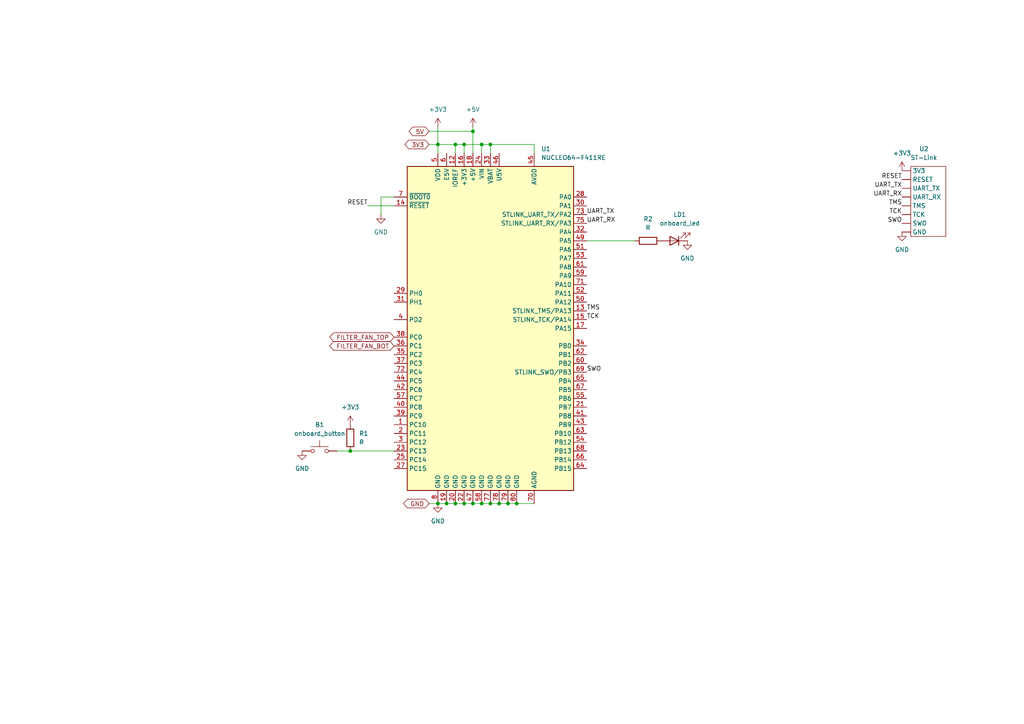
<source format=kicad_sch>
(kicad_sch (version 20211123) (generator eeschema)
  (paper "A4")
  (lib_symbols
    (symbol "Device:LED" (pin_numbers hide) (pin_names (offset 1.016) hide)
      (property "Reference" "D" (at 0 2.54 0))
      (property "Value" "LED" (at 0 -2.54 0))
      (symbol "LED_0_1"
        (polyline (pts (xy -1.27 -1.27) (xy -1.27 1.27)) (stroke (width 0.254)))
        (polyline (pts (xy -1.27 0) (xy 1.27 0)))
        (polyline (pts (xy 1.27 -1.27) (xy 1.27 1.27) (xy -1.27 0) (xy 1.27 -1.27)) (stroke (width 0.254)))
        (polyline (pts (xy -3.048 -0.762) (xy -4.572 -2.286) (xy -3.81 -2.286) (xy -4.572 -2.286) (xy -4.572 -1.524)))
        (polyline (pts (xy -1.778 -0.762) (xy -3.302 -2.286) (xy -2.54 -2.286) (xy -3.302 -2.286) (xy -3.302 -1.524)))
      )
      (symbol "LED_1_1"
        (pin passive line (at -3.81 0 0) (length 2.54) (name "K") (number "1"))
        (pin passive line (at 3.81 0 180) (length 2.54) (name "A") (number "2"))
      )
    )
    (symbol "Device:R" (pin_numbers hide) (pin_names (offset 0))
      (property "Reference" "R" (at 2.032 0 90))
      (property "Value" "R" (at 0 0 90))
      (symbol "R_0_1"
        (rectangle (start -1.016 -2.54) (end 1.016 2.54) (stroke (width 0.254)))
      )
      (symbol "R_1_1"
        (pin passive line (at 0 3.81 270) (length 1.27) (name "~") (number "1"))
        (pin passive line (at 0 -3.81 90) (length 1.27) (name "~") (number "2"))
      )
    )
    (symbol "MCU_Module:NUCLEO64-F411RE"
      (property "Reference" "U" (at -17.78 50.165 0))
      (property "Value" "NUCLEO64-F411RE" (at -17.78 48.26 0))
      (symbol "NUCLEO64-F411RE_0_1"
        (rectangle (start -24.13 -46.99) (end 24.13 46.99) (stroke (width 0.254)) (fill (type background)))
      )
      (symbol "NUCLEO64-F411RE_1_1"
        (pin bidirectional line (at -27.94 -27.94 0) (length 3.81) (name "PC10") (number "1"))
        (pin no_connect line (at -27.94 20.32 0) (length 3.81) hide (name "NC") (number "10"))
        (pin no_connect line (at -27.94 15.24 0) (length 3.81) hide (name "NC") (number "11"))
        (pin power_in line (at -10.16 50.8 270) (length 3.81) (name "IOREF") (number "12"))
        (pin bidirectional line (at 27.94 5.08 180) (length 3.81) (name "STLINK_TMS/PA13") (number "13"))
        (pin input line (at -27.94 35.56 0) (length 3.81) (name "~{RESET}") (number "14"))
        (pin bidirectional line (at 27.94 2.54 180) (length 3.81) (name "STLINK_TCK/PA14") (number "15"))
        (pin power_in line (at -7.62 50.8 270) (length 3.81) (name "+3V3") (number "16"))
        (pin bidirectional line (at 27.94 0 180) (length 3.81) (name "PA15") (number "17"))
        (pin power_in line (at -5.08 50.8 270) (length 3.81) (name "+5V") (number "18"))
        (pin power_in line (at -12.7 -50.8 90) (length 3.81) (name "GND") (number "19"))
        (pin bidirectional line (at -27.94 -30.48 0) (length 3.81) (name "PC11") (number "2"))
        (pin power_in line (at -10.16 -50.8 90) (length 3.81) (name "GND") (number "20"))
        (pin bidirectional line (at 27.94 -22.86 180) (length 3.81) (name "PB7") (number "21"))
        (pin power_in line (at -7.62 -50.8 90) (length 3.81) (name "GND") (number "22"))
        (pin bidirectional line (at -27.94 -35.56 0) (length 3.81) (name "PC13") (number "23"))
        (pin power_in line (at -2.54 50.8 270) (length 3.81) (name "VIN") (number "24"))
        (pin bidirectional line (at -27.94 -38.1 0) (length 3.81) (name "PC14") (number "25"))
        (pin no_connect line (at -27.94 22.86 0) (length 3.81) hide (name "NC") (number "26"))
        (pin bidirectional line (at -27.94 -40.64 0) (length 3.81) (name "PC15") (number "27"))
        (pin bidirectional line (at 27.94 38.1 180) (length 3.81) (name "PA0") (number "28"))
        (pin bidirectional line (at -27.94 10.16 0) (length 3.81) (name "PH0") (number "29"))
        (pin bidirectional line (at -27.94 -33.02 0) (length 3.81) (name "PC12") (number "3"))
        (pin bidirectional line (at 27.94 35.56 180) (length 3.81) (name "PA1") (number "30"))
        (pin bidirectional line (at -27.94 7.62 0) (length 3.81) (name "PH1") (number "31"))
        (pin bidirectional line (at 27.94 27.94 180) (length 3.81) (name "PA4") (number "32"))
        (pin power_in line (at 0 50.8 270) (length 3.81) (name "VBAT") (number "33"))
        (pin bidirectional line (at 27.94 -5.08 180) (length 3.81) (name "PB0") (number "34"))
        (pin bidirectional line (at -27.94 -7.62 0) (length 3.81) (name "PC2") (number "35"))
        (pin bidirectional line (at -27.94 -5.08 0) (length 3.81) (name "PC1") (number "36"))
        (pin bidirectional line (at -27.94 -10.16 0) (length 3.81) (name "PC3") (number "37"))
        (pin bidirectional line (at -27.94 -2.54 0) (length 3.81) (name "PC0") (number "38"))
        (pin bidirectional line (at -27.94 -25.4 0) (length 3.81) (name "PC9") (number "39"))
        (pin bidirectional line (at -27.94 2.54 0) (length 3.81) (name "PD2") (number "4"))
        (pin bidirectional line (at -27.94 -22.86 0) (length 3.81) (name "PC8") (number "40"))
        (pin bidirectional line (at 27.94 -25.4 180) (length 3.81) (name "PB8") (number "41"))
        (pin bidirectional line (at -27.94 -17.78 0) (length 3.81) (name "PC6") (number "42"))
        (pin bidirectional line (at 27.94 -27.94 180) (length 3.81) (name "PB9") (number "43"))
        (pin bidirectional line (at -27.94 -15.24 0) (length 3.81) (name "PC5") (number "44"))
        (pin power_in line (at 12.7 50.8 270) (length 3.81) (name "AVDD") (number "45"))
        (pin power_in line (at 2.54 50.8 270) (length 3.81) (name "U5V") (number "46"))
        (pin power_in line (at -5.08 -50.8 90) (length 3.81) (name "GND") (number "47"))
        (pin no_connect line (at -27.94 25.4 0) (length 3.81) hide (name "NC") (number "48"))
        (pin bidirectional line (at 27.94 25.4 180) (length 3.81) (name "PA5") (number "49"))
        (pin power_in line (at -15.24 50.8 270) (length 3.81) (name "VDD") (number "5"))
        (pin bidirectional line (at 27.94 7.62 180) (length 3.81) (name "PA12") (number "50"))
        (pin bidirectional line (at 27.94 22.86 180) (length 3.81) (name "PA6") (number "51"))
        (pin bidirectional line (at 27.94 10.16 180) (length 3.81) (name "PA11") (number "52"))
        (pin bidirectional line (at 27.94 20.32 180) (length 3.81) (name "PA7") (number "53"))
        (pin bidirectional line (at 27.94 -33.02 180) (length 3.81) (name "PB12") (number "54"))
        (pin bidirectional line (at 27.94 -20.32 180) (length 3.81) (name "PB6") (number "55"))
        (pin no_connect line (at -27.94 33.02 0) (length 3.81) hide (name "NC") (number "56"))
        (pin bidirectional line (at -27.94 -20.32 0) (length 3.81) (name "PC7") (number "57"))
        (pin power_in line (at -2.54 -50.8 90) (length 3.81) (name "GND") (number "58"))
        (pin bidirectional line (at 27.94 15.24 180) (length 3.81) (name "PA9") (number "59"))
        (pin power_in line (at -12.7 50.8 270) (length 3.81) (name "E5V") (number "6"))
        (pin bidirectional line (at 27.94 -10.16 180) (length 3.81) (name "PB2") (number "60"))
        (pin bidirectional line (at 27.94 17.78 180) (length 3.81) (name "PA8") (number "61"))
        (pin bidirectional line (at 27.94 -7.62 180) (length 3.81) (name "PB1") (number "62"))
        (pin bidirectional line (at 27.94 -30.48 180) (length 3.81) (name "PB10") (number "63"))
        (pin bidirectional line (at 27.94 -40.64 180) (length 3.81) (name "PB15") (number "64"))
        (pin bidirectional line (at 27.94 -15.24 180) (length 3.81) (name "PB4") (number "65"))
        (pin bidirectional line (at 27.94 -38.1 180) (length 3.81) (name "PB14") (number "66"))
        (pin bidirectional line (at 27.94 -17.78 180) (length 3.81) (name "PB5") (number "67"))
        (pin bidirectional line (at 27.94 -35.56 180) (length 3.81) (name "PB13") (number "68"))
        (pin bidirectional line (at 27.94 -12.7 180) (length 3.81) (name "STLINK_SWO/PB3") (number "69"))
        (pin input line (at -27.94 38.1 0) (length 3.81) (name "~{BOOT0}") (number "7"))
        (pin power_in line (at 12.7 -50.8 90) (length 3.81) (name "AGND") (number "70"))
        (pin bidirectional line (at 27.94 12.7 180) (length 3.81) (name "PA10") (number "71"))
        (pin bidirectional line (at -27.94 -12.7 0) (length 3.81) (name "PC4") (number "72"))
        (pin bidirectional line (at 27.94 33.02 180) (length 3.81) (name "STLINK_UART_TX/PA2") (number "73"))
        (pin no_connect line (at -27.94 30.48 0) (length 3.81) hide (name "NC") (number "74"))
        (pin bidirectional line (at 27.94 30.48 180) (length 3.81) (name "STLINK_UART_RX/PA3") (number "75"))
        (pin no_connect line (at -27.94 27.94 0) (length 3.81) hide (name "NC") (number "76"))
        (pin power_in line (at 0 -50.8 90) (length 3.81) (name "GND") (number "77"))
        (pin power_in line (at 2.54 -50.8 90) (length 3.81) (name "GND") (number "78"))
        (pin power_in line (at 5.08 -50.8 90) (length 3.81) (name "GND") (number "79"))
        (pin power_in line (at -15.24 -50.8 90) (length 3.81) (name "GND") (number "8"))
        (pin power_in line (at 7.62 -50.8 90) (length 3.81) (name "GND") (number "80"))
        (pin no_connect line (at -27.94 17.78 0) (length 3.81) hide (name "NC") (number "9"))
      )
    )
    (symbol "MCU_ST_STM32F4:ST-Link"
      (property "Reference" "U" (at 1.27 3.81 0))
      (property "Value" "ST-Link" (at 3.81 1.27 0))
      (symbol "ST-Link_0_1"
        (rectangle (start 0 0) (end 10.16 -20.32))
      )
      (symbol "ST-Link_1_1"
        (pin bidirectional line (at -2.54 -1.27 0) (length 2.54) (name "3V3") (number ""))
        (pin bidirectional line (at -2.54 -19.05 0) (length 2.54) (name "GND") (number ""))
        (pin bidirectional line (at -2.54 -3.81 0) (length 2.54) (name "RESET") (number ""))
        (pin bidirectional line (at -2.54 -16.51 0) (length 2.54) (name "SWO") (number ""))
        (pin bidirectional line (at -2.54 -13.97 0) (length 2.54) (name "TCK") (number ""))
        (pin bidirectional line (at -2.54 -11.43 0) (length 2.54) (name "TMS") (number ""))
        (pin bidirectional line (at -2.54 -8.89 0) (length 2.54) (name "UART_RX") (number ""))
        (pin bidirectional line (at -2.54 -6.35 0) (length 2.54) (name "UART_TX") (number ""))
      )
    )
    (symbol "Switch:SW_Push" (pin_numbers hide) (pin_names (offset 1.016) hide)
      (property "Reference" "SW" (at 1.27 2.54 0))
      (property "Value" "SW_Push" (at 0 -1.524 0))
      (symbol "SW_Push_0_1"
        (circle (center -2.032 0) (radius 0.508))
        (polyline (pts (xy 0 1.27) (xy 0 3.048)))
        (polyline (pts (xy 2.54 1.27) (xy -2.54 1.27)))
        (circle (center 2.032 0) (radius 0.508))
        (pin passive line (at -5.08 0 0) (length 2.54) (name "1") (number "1"))
        (pin passive line (at 5.08 0 180) (length 2.54) (name "2") (number "2"))
      )
    )
    (symbol "power:+3.3V" (power) (pin_names (offset 0))
      (property "Value" "+3.3V" (at 0 3.556 0))
      (symbol "+3.3V_0_1"
        (polyline (pts (xy -0.762 1.27) (xy 0 2.54)))
        (polyline (pts (xy 0 0) (xy 0 2.54)))
        (polyline (pts (xy 0 2.54) (xy 0.762 1.27)))
      )
      (symbol "+3.3V_1_1"
        (pin power_in line (at 0 0 90) (length 0) hide (name "+3V3") (number "1"))
      )
    )
    (symbol "power:+5V" (power) (pin_names (offset 0))
      (property "Value" "+5V" (at 0 3.556 0))
      (symbol "+5V_0_1"
        (polyline (pts (xy -0.762 1.27) (xy 0 2.54)))
        (polyline (pts (xy 0 0) (xy 0 2.54)))
        (polyline (pts (xy 0 2.54) (xy 0.762 1.27)))
      )
      (symbol "+5V_1_1"
        (pin power_in line (at 0 0 90) (length 0) hide (name "+5V") (number "1"))
      )
    )
    (symbol "power:GND" (power) (pin_names (offset 0))
      (property "Value" "GND" (at 0 -3.81 0))
      (symbol "GND_0_1"
        (polyline (pts (xy 0 0) (xy 0 -1.27) (xy 1.27 -1.27) (xy 0 -2.54) (xy -1.27 -1.27) (xy 0 -1.27)))
      )
      (symbol "GND_1_1"
        (pin power_in line (at 0 0 270) (length 0) hide (name "GND") (number "1"))
      )
    )
  )
  (junction (at 134.62 146.05))
  (junction (at 132.08 146.05))
  (junction (at 101.6 130.81))
  (junction (at 142.24 146.05))
  (junction (at 139.7 41.91))
  (junction (at 127 146.05))
  (junction (at 134.62 41.91))
  (junction (at 139.7 146.05))
  (junction (at 127 41.91))
  (junction (at 144.78 146.05))
  (junction (at 149.86 146.05))
  (junction (at 137.16 38.1))
  (junction (at 147.32 146.05))
  (junction (at 137.16 146.05))
  (junction (at 132.08 41.91))
  (junction (at 129.54 146.05))
  (junction (at 142.24 41.91))
  (wire (pts (xy 132.08 146.05) (xy 134.62 146.05)))
  (wire (pts (xy 147.32 146.05) (xy 149.86 146.05)))
  (wire (pts (xy 134.62 146.05) (xy 137.16 146.05)))
  (wire (pts (xy 124.46 41.91) (xy 127 41.91)))
  (wire (pts (xy 137.16 38.1) (xy 137.16 44.45)))
  (wire (pts (xy 127 36.83) (xy 127 41.91)))
  (wire (pts (xy 142.24 41.91) (xy 142.24 44.45)))
  (wire (pts (xy 127 146.05) (xy 129.54 146.05)))
  (wire (pts (xy 134.62 41.91) (xy 134.62 44.45)))
  (wire (pts (xy 170.18 69.85) (xy 184.15 69.85)))
  (wire (pts (xy 97.79 130.81) (xy 101.6 130.81)))
  (wire (pts (xy 137.16 146.05) (xy 139.7 146.05)))
  (wire (pts (xy 127 41.91) (xy 132.08 41.91)))
  (wire (pts (xy 129.54 146.05) (xy 132.08 146.05)))
  (wire (pts (xy 149.86 146.05) (xy 154.94 146.05)))
  (wire (pts (xy 101.6 130.81) (xy 114.3 130.81)))
  (wire (pts (xy 142.24 146.05) (xy 144.78 146.05)))
  (wire (pts (xy 110.49 57.15) (xy 114.3 57.15)))
  (wire (pts (xy 110.49 62.23) (xy 110.49 57.15)))
  (wire (pts (xy 127 44.45) (xy 127 41.91)))
  (wire (pts (xy 139.7 146.05) (xy 142.24 146.05)))
  (wire (pts (xy 137.16 36.83) (xy 137.16 38.1)))
  (wire (pts (xy 144.78 146.05) (xy 147.32 146.05)))
  (wire (pts (xy 124.46 146.05) (xy 127 146.05)))
  (wire (pts (xy 139.7 44.45) (xy 139.7 41.91)))
  (wire (pts (xy 106.68 59.69) (xy 114.3 59.69)))
  (wire (pts (xy 132.08 41.91) (xy 134.62 41.91)))
  (wire (pts (xy 132.08 41.91) (xy 132.08 44.45)))
  (wire (pts (xy 142.24 41.91) (xy 154.94 41.91)))
  (wire (pts (xy 139.7 41.91) (xy 142.24 41.91)))
  (wire (pts (xy 154.94 44.45) (xy 154.94 41.91)))
  (wire (pts (xy 124.46 38.1) (xy 137.16 38.1)))
  (wire (pts (xy 134.62 41.91) (xy 139.7 41.91)))
  (label "UART_TX" (at 170.18 62.23 0))
  (label "UART_TX" (at 261.62 54.61 180))
  (label "RESET" (at 106.68 59.69 180))
  (label "SWO" (at 170.18 107.95 0))
  (label "TMS" (at 170.18 90.17 0))
  (label "RESET" (at 261.62 52.07 180))
  (label "SWO" (at 261.62 64.77 180))
  (label "TMS" (at 261.62 59.69 180))
  (label "UART_RX" (at 170.18 64.77 0))
  (label "TCK" (at 170.18 92.71 0))
  (label "UART_RX" (at 261.62 57.15 180))
  (label "TCK" (at 261.62 62.23 180))
  (global_label "3V3" (shape bidirectional) (at 124.46 41.91 180) (property "Intersheet References" "${INTERSHEET_REFS}" (effects hide)))
  (global_label "5V" (shape bidirectional) (at 124.46 38.1 180) (property "Intersheet References" "${INTERSHEET_REFS}" (effects hide)))
  (global_label "GND" (shape bidirectional) (at 124.46 146.05 180) (property "Intersheet References" "${INTERSHEET_REFS}" (effects hide)))
  (global_label "FILTER_FAN_BOT" (shape bidirectional) (at 114.3 100.33 180) (property "Intersheet References" "${INTERSHEET_REFS}" (effects hide)))
  (global_label "FILTER_FAN_TOP" (shape bidirectional) (at 114.3 97.79 180) (property "Intersheet References" "${INTERSHEET_REFS}" (effects hide)))
  (symbol (lib_id "power:+3.3V") (at 261.62 49.53 0) (unit 1)
    (property "Reference" "#PWR?" (effects hide))
    (property "Value" "+3.3V" (at 261.62 44.45 0))
  )
  (symbol (lib_id "power:GND") (at 261.62 67.31 0) (unit 1)
    (property "Reference" "#PWR?" (effects hide))
    (property "Value" "GND" (at 261.62 72.39 0))
  )
  (symbol (lib_id "power:GND") (at 87.63 130.81 0) (unit 1)
    (property "Reference" "#PWR?" (effects hide))
    (property "Value" "GND" (at 87.63 135.89 0))
  )
  (symbol (lib_id "Switch:SW_Push") (at 92.71 130.81 0) (unit 1)
    (property "Reference" "B1" (at 92.71 123.19 0))
    (property "Value" "onboard_button" (at 92.71 125.73 0))
  )
  (symbol (lib_id "power:GND") (at 127 146.05 0) (unit 1)
    (property "Reference" "#PWR?" (effects hide))
    (property "Value" "GND" (at 127 151.13 0))
  )
  (symbol (lib_id "power:GND") (at 199.39 69.85 0) (unit 1)
    (property "Reference" "#PWR?" (effects hide))
    (property "Value" "GND" (at 199.39 74.93 0))
  )
  (symbol (lib_id "MCU_ST_STM32F4:ST-Link") (at 264.16 48.26 0) (unit 1)
    (property "Reference" "U2" (at 267.97 43.18 0))
    (property "Value" "ST-Link" (at 267.97 45.72 0))
  )
  (symbol (lib_id "power:GND") (at 110.49 62.23 0) (unit 1)
    (property "Reference" "#PWR?" (effects hide))
    (property "Value" "GND" (at 110.49 67.31 0))
  )
  (symbol (lib_id "Device:R") (at 187.96 69.85 270) (unit 1)
    (property "Reference" "R2" (at 187.96 63.5 90))
    (property "Value" "R" (at 187.96 66.04 90))
  )
  (symbol (lib_id "power:+5V") (at 137.16 36.83 0) (unit 1)
    (property "Reference" "#PWR?" (effects hide))
    (property "Value" "+5V" (at 137.16 31.75 0))
  )
  (symbol (lib_id "power:+3.3V") (at 127 36.83 0) (unit 1)
    (property "Reference" "#PWR?" (effects hide))
    (property "Value" "+3.3V" (at 127 31.75 0))
  )
  (symbol (lib_id "Device:R") (at 101.6 127 0) (unit 1)
    (property "Reference" "R1" (at 104.14 125.7299 0) (effects (justify left)))
    (property "Value" "R" (at 104.14 128.2699 0) (effects (justify left)))
  )
  (symbol (lib_id "Device:LED") (at 195.58 69.85 180) (unit 1)
    (property "Reference" "LD1" (at 197.1675 62.23 0))
    (property "Value" "onboard_led" (at 197.1675 64.77 0))
  )
  (symbol (lib_id "power:+3.3V") (at 101.6 123.19 0) (unit 1)
    (property "Reference" "#PWR?" (effects hide))
    (property "Value" "+3.3V" (at 101.6 118.11 0))
  )
  (symbol (lib_id "MCU_Module:NUCLEO64-F411RE") (at 142.24 95.25 0) (unit 1)
    (property "Reference" "U1" (at 156.9594 43.18 0) (effects (justify left)))
    (property "Value" "NUCLEO64-F411RE" (at 156.9594 45.72 0) (effects (justify left)))
    (property "Footprint" "Module:ST_Morpho_Connector_144_STLink" (effects hide))
    (property "Datasheet" "http://www.st.com/st-web-ui/static/active/en/resource/technical/document/data_brief/DM00105918.pdf" (effects hide))
  )
)
</source>
